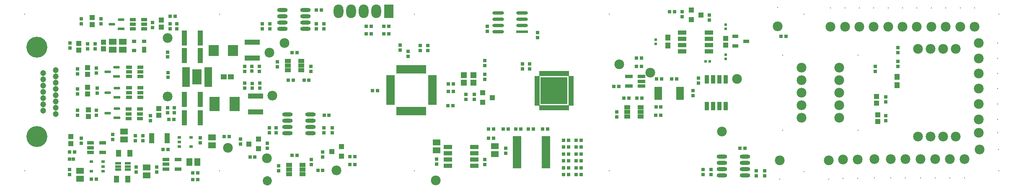
<source format=gts>
G04*
G04 #@! TF.GenerationSoftware,Altium Limited,Altium Designer,24.2.2 (26)*
G04*
G04 Layer_Color=8388736*
%FSLAX25Y25*%
%MOIN*%
G70*
G04*
G04 #@! TF.SameCoordinates,259A4400-9820-475F-8ACA-24378C9DBAE9*
G04*
G04*
G04 #@! TF.FilePolarity,Negative*
G04*
G01*
G75*
%ADD43R,0.04331X0.05512*%
%ADD54R,0.03985X0.04942*%
G04:AMPARAMS|DCode=56|XSize=53.49mil|YSize=23.1mil|CornerRadius=11.55mil|HoleSize=0mil|Usage=FLASHONLY|Rotation=180.000|XOffset=0mil|YOffset=0mil|HoleType=Round|Shape=RoundedRectangle|*
%AMROUNDEDRECTD56*
21,1,0.05349,0.00000,0,0,180.0*
21,1,0.03039,0.02310,0,0,180.0*
1,1,0.02310,-0.01519,0.00000*
1,1,0.02310,0.01519,0.00000*
1,1,0.02310,0.01519,0.00000*
1,1,0.02310,-0.01519,0.00000*
%
%ADD56ROUNDEDRECTD56*%
%ADD57R,0.05349X0.02310*%
%ADD58R,0.03150X0.02165*%
%ADD59R,0.02254X0.02423*%
%ADD61R,0.05100X0.03985*%
%ADD62R,0.02423X0.02254*%
G04:AMPARAMS|DCode=63|XSize=93.59mil|YSize=24.49mil|CornerRadius=12.25mil|HoleSize=0mil|Usage=FLASHONLY|Rotation=180.000|XOffset=0mil|YOffset=0mil|HoleType=Round|Shape=RoundedRectangle|*
%AMROUNDEDRECTD63*
21,1,0.09359,0.00000,0,0,180.0*
21,1,0.06909,0.02449,0,0,180.0*
1,1,0.02449,-0.03455,0.00000*
1,1,0.02449,0.03455,0.00000*
1,1,0.02449,0.03455,0.00000*
1,1,0.02449,-0.03455,0.00000*
%
%ADD63ROUNDEDRECTD63*%
%ADD64R,0.09359X0.02449*%
%ADD65R,0.01981X0.04147*%
%ADD66R,0.04147X0.01981*%
%ADD67R,0.21469X0.21469*%
%ADD68R,0.03162X0.02769*%
%ADD69R,0.02769X0.03162*%
%ADD70R,0.06607X0.02572*%
%ADD71R,0.06607X0.01981*%
%ADD72R,0.01981X0.06607*%
%ADD73O,0.07800X0.10800*%
%ADD74R,0.07800X0.10800*%
%ADD75R,0.05131X0.04737*%
%ADD76R,0.04343X0.03950*%
%ADD77R,0.08339X0.11784*%
%ADD78R,0.11902X0.03989*%
%ADD79R,0.03989X0.11902*%
%ADD80R,0.02965X0.02572*%
%ADD81R,0.03556X0.04737*%
%ADD82R,0.03556X0.03162*%
%ADD83R,0.07702X0.12402*%
%ADD84R,0.06410X0.01981*%
%ADD85R,0.07887X0.08674*%
%ADD86R,0.06430X0.04501*%
%ADD87R,0.03359X0.06706*%
%ADD88R,0.06410X0.02572*%
%ADD89R,0.04737X0.02965*%
%ADD90R,0.02572X0.02965*%
%ADD91R,0.04343X0.03950*%
%ADD92O,0.08280X0.03162*%
%ADD93R,0.04981X0.03359*%
%ADD94R,0.06312X0.03162*%
%ADD95R,0.05524X0.03162*%
%ADD96R,0.04537X0.02175*%
%ADD97R,0.06706X0.03359*%
%ADD98R,0.03084X0.02926*%
%ADD99R,0.04501X0.06430*%
%ADD100R,0.02965X0.02965*%
%ADD101R,0.04934X0.03162*%
%ADD102C,0.16686*%
%ADD103C,0.04737*%
%ADD104C,0.04300*%
%ADD105C,0.00800*%
%ADD106C,0.07800*%
%ADD107C,0.07300*%
D43*
X83528Y14000D02*
D03*
X74472D02*
D03*
X82028Y-6500D02*
D03*
X72972D02*
D03*
D54*
X694000Y68500D02*
D03*
Y75000D02*
D03*
X511500Y106500D02*
D03*
Y100000D02*
D03*
D56*
X65703Y79102D02*
D03*
X73000Y82705D02*
D03*
X65851Y62500D02*
D03*
X73149Y66102D02*
D03*
X65851Y46000D02*
D03*
X73149Y49602D02*
D03*
X69352Y117000D02*
D03*
X76648Y120602D02*
D03*
D57*
X73000Y75500D02*
D03*
X73149Y58898D02*
D03*
Y42398D02*
D03*
X76648Y113398D02*
D03*
D58*
X132224Y26740D02*
D03*
Y19260D02*
D03*
X122776D02*
D03*
Y23000D02*
D03*
Y26740D02*
D03*
X52776Y-240D02*
D03*
Y7240D02*
D03*
X62224D02*
D03*
Y3500D02*
D03*
Y-240D02*
D03*
D59*
X502000Y104687D02*
D03*
Y101313D02*
D03*
X557500Y116687D02*
D03*
Y113313D02*
D03*
Y89500D02*
D03*
Y92874D02*
D03*
D61*
X163916Y75000D02*
D03*
X158084D02*
D03*
D62*
X541500Y87500D02*
D03*
X544874D02*
D03*
D63*
X376464Y111000D02*
D03*
Y116000D02*
D03*
Y121000D02*
D03*
Y126000D02*
D03*
X395500D02*
D03*
Y121000D02*
D03*
Y116000D02*
D03*
D64*
Y111000D02*
D03*
D65*
X431827Y77583D02*
D03*
X429858D02*
D03*
X427890D02*
D03*
X425921D02*
D03*
X423953D02*
D03*
X421984D02*
D03*
X420016D02*
D03*
X418047D02*
D03*
X416079D02*
D03*
X414110D02*
D03*
X412142D02*
D03*
X410173D02*
D03*
Y50417D02*
D03*
X412142D02*
D03*
X414110D02*
D03*
X416079D02*
D03*
X418047D02*
D03*
X420016D02*
D03*
X421984D02*
D03*
X423953D02*
D03*
X425921D02*
D03*
X427890D02*
D03*
X429858D02*
D03*
X431827D02*
D03*
D66*
X407417Y74827D02*
D03*
Y72858D02*
D03*
Y70890D02*
D03*
Y68921D02*
D03*
Y66953D02*
D03*
Y64984D02*
D03*
Y63016D02*
D03*
Y61047D02*
D03*
Y59079D02*
D03*
Y57110D02*
D03*
Y55142D02*
D03*
Y53173D02*
D03*
X434583D02*
D03*
Y55142D02*
D03*
Y57110D02*
D03*
Y59079D02*
D03*
Y61047D02*
D03*
Y63016D02*
D03*
Y64984D02*
D03*
Y66953D02*
D03*
Y68921D02*
D03*
Y70890D02*
D03*
Y72858D02*
D03*
Y74827D02*
D03*
X113201Y23047D02*
D03*
Y25016D02*
D03*
Y26984D02*
D03*
Y28953D02*
D03*
X100799D02*
D03*
Y26984D02*
D03*
Y25016D02*
D03*
Y23047D02*
D03*
D67*
X421000Y64000D02*
D03*
D68*
X271532Y109500D02*
D03*
X275468D02*
D03*
X340469Y52000D02*
D03*
X336531D02*
D03*
X340968Y63500D02*
D03*
X337032D02*
D03*
X276532Y64000D02*
D03*
X280469D02*
D03*
X337032Y69500D02*
D03*
X340968D02*
D03*
X216500Y12500D02*
D03*
X212563D02*
D03*
X487032Y58000D02*
D03*
X490969D02*
D03*
X480469Y58000D02*
D03*
X476532D02*
D03*
X502032Y44500D02*
D03*
X505969D02*
D03*
X432469Y-3000D02*
D03*
X428532D02*
D03*
X212531Y94500D02*
D03*
X216469D02*
D03*
X213500Y72500D02*
D03*
X209563D02*
D03*
X237000Y500D02*
D03*
X233063D02*
D03*
X113969Y17000D02*
D03*
X110031D02*
D03*
X432469Y2500D02*
D03*
X428532D02*
D03*
X572968Y18000D02*
D03*
X569031D02*
D03*
X518469Y73500D02*
D03*
X514532D02*
D03*
X502063Y51000D02*
D03*
X506000D02*
D03*
X118437Y41000D02*
D03*
X114500D02*
D03*
X137469Y-1500D02*
D03*
X133531D02*
D03*
X428532Y24500D02*
D03*
X432469D02*
D03*
X428532Y19000D02*
D03*
X432469D02*
D03*
X438531Y8000D02*
D03*
X442469D02*
D03*
X428532D02*
D03*
X432469D02*
D03*
X428532Y13500D02*
D03*
X432469D02*
D03*
X438531Y19000D02*
D03*
X442469D02*
D03*
X438531Y13500D02*
D03*
X442469D02*
D03*
X438531Y24500D02*
D03*
X442469D02*
D03*
X242000Y44500D02*
D03*
X238063D02*
D03*
X158531Y27500D02*
D03*
X162469D02*
D03*
X35531Y15000D02*
D03*
X39469D02*
D03*
X235968Y128500D02*
D03*
X232031D02*
D03*
X369032Y26000D02*
D03*
X372969D02*
D03*
X369032Y33500D02*
D03*
X372969D02*
D03*
X400531D02*
D03*
X404468D02*
D03*
X390531D02*
D03*
X394468D02*
D03*
X380563Y33500D02*
D03*
X384500D02*
D03*
X285563Y109500D02*
D03*
X289500D02*
D03*
X275437Y115500D02*
D03*
X271500D02*
D03*
X415969Y33500D02*
D03*
X412032D02*
D03*
X468532Y67500D02*
D03*
X472469D02*
D03*
X115500Y123500D02*
D03*
X119437D02*
D03*
X53000Y-6500D02*
D03*
X56937D02*
D03*
X289469Y115500D02*
D03*
X285531D02*
D03*
X442469Y-3000D02*
D03*
X438531D02*
D03*
X262469Y5000D02*
D03*
X258531D02*
D03*
X262469Y11500D02*
D03*
X258531D02*
D03*
X486531Y90000D02*
D03*
X490469D02*
D03*
X490469Y83500D02*
D03*
X486531D02*
D03*
X442469Y2500D02*
D03*
X438531D02*
D03*
X137469Y-7000D02*
D03*
X133531D02*
D03*
X601532Y107500D02*
D03*
X605469D02*
D03*
X179063Y11000D02*
D03*
X183000D02*
D03*
X513031Y127000D02*
D03*
X516968D02*
D03*
X506468Y73500D02*
D03*
X502531D02*
D03*
D69*
X366000Y5032D02*
D03*
Y8969D02*
D03*
X305000Y95500D02*
D03*
Y91563D02*
D03*
X357500Y60969D02*
D03*
Y57032D02*
D03*
X351000Y60969D02*
D03*
Y57032D02*
D03*
X366000Y87968D02*
D03*
Y84031D02*
D03*
X366000Y73032D02*
D03*
Y76968D02*
D03*
X471000Y43031D02*
D03*
Y46968D02*
D03*
X298500Y96500D02*
D03*
Y100437D02*
D03*
X320500Y99968D02*
D03*
Y96031D02*
D03*
X314500Y99968D02*
D03*
Y96031D02*
D03*
X201000Y83031D02*
D03*
Y86968D02*
D03*
X228000Y5032D02*
D03*
Y8969D02*
D03*
X582000Y-3968D02*
D03*
Y-32D02*
D03*
X94000Y24032D02*
D03*
Y27968D02*
D03*
X70000Y25032D02*
D03*
Y28969D02*
D03*
X119000Y46500D02*
D03*
Y50437D02*
D03*
X100000Y40000D02*
D03*
Y43937D02*
D03*
X50000Y97531D02*
D03*
Y101469D02*
D03*
X382500Y14063D02*
D03*
Y18000D02*
D03*
X88500Y2968D02*
D03*
Y-969D02*
D03*
X139500Y26469D02*
D03*
Y22532D02*
D03*
X121000Y117500D02*
D03*
Y113563D02*
D03*
X105000Y2968D02*
D03*
Y-969D02*
D03*
X200000Y30531D02*
D03*
Y34468D02*
D03*
X194500Y34468D02*
D03*
Y30531D02*
D03*
X189000Y117469D02*
D03*
Y113531D02*
D03*
X195000Y113531D02*
D03*
Y117469D02*
D03*
X232000Y117469D02*
D03*
Y113531D02*
D03*
X238000Y113563D02*
D03*
Y117500D02*
D03*
X244500Y34468D02*
D03*
Y30531D02*
D03*
X238000Y30531D02*
D03*
Y34468D02*
D03*
X368000Y111531D02*
D03*
Y115469D02*
D03*
X396000Y81532D02*
D03*
Y85469D02*
D03*
X401500Y81532D02*
D03*
Y85469D02*
D03*
X327500Y9437D02*
D03*
Y5500D02*
D03*
X694500Y83531D02*
D03*
Y87468D02*
D03*
X536000Y73968D02*
D03*
Y70031D02*
D03*
X101500Y118468D02*
D03*
Y114532D02*
D03*
X57000Y48469D02*
D03*
Y44532D02*
D03*
X685000Y55000D02*
D03*
Y58937D02*
D03*
Y43937D02*
D03*
Y40000D02*
D03*
X57500Y65969D02*
D03*
Y62032D02*
D03*
X57000Y81968D02*
D03*
Y78031D02*
D03*
X408000Y106532D02*
D03*
Y110468D02*
D03*
X588500Y-3968D02*
D03*
Y-32D02*
D03*
X237000Y11032D02*
D03*
Y14968D02*
D03*
X202000Y32D02*
D03*
Y3968D02*
D03*
X227500Y83500D02*
D03*
Y79563D02*
D03*
X546000Y969D02*
D03*
Y-2968D02*
D03*
X539500Y-2937D02*
D03*
Y1000D02*
D03*
X531500Y60031D02*
D03*
Y63968D02*
D03*
X115500Y117469D02*
D03*
Y113531D02*
D03*
X694500Y98469D02*
D03*
Y94532D02*
D03*
X676500Y79563D02*
D03*
Y83500D02*
D03*
X113500Y46500D02*
D03*
Y50437D02*
D03*
X175000Y79532D02*
D03*
Y83469D02*
D03*
X175000Y69968D02*
D03*
Y66031D02*
D03*
X193000Y21969D02*
D03*
Y18032D02*
D03*
X523000Y123031D02*
D03*
Y126969D02*
D03*
X171500Y21563D02*
D03*
Y25500D02*
D03*
X35500Y-2968D02*
D03*
Y969D02*
D03*
X544500Y124469D02*
D03*
Y120531D02*
D03*
X45000Y22063D02*
D03*
Y26000D02*
D03*
X88000Y24032D02*
D03*
Y27968D02*
D03*
X60500Y121468D02*
D03*
Y117532D02*
D03*
X187000Y66031D02*
D03*
Y69968D02*
D03*
X186500Y83469D02*
D03*
Y79532D02*
D03*
X56000Y101469D02*
D03*
Y97531D02*
D03*
X36000Y98032D02*
D03*
Y101969D02*
D03*
X42000Y77531D02*
D03*
Y81468D02*
D03*
X42000Y65469D02*
D03*
Y61532D02*
D03*
Y48469D02*
D03*
Y44532D02*
D03*
X45000Y121468D02*
D03*
Y117532D02*
D03*
D70*
X414567Y26516D02*
D03*
Y23957D02*
D03*
Y21398D02*
D03*
Y18839D02*
D03*
Y16280D02*
D03*
Y13721D02*
D03*
Y11161D02*
D03*
Y8602D02*
D03*
Y6043D02*
D03*
Y3484D02*
D03*
X391433D02*
D03*
Y6043D02*
D03*
Y8602D02*
D03*
Y11161D02*
D03*
Y13721D02*
D03*
Y16280D02*
D03*
Y18839D02*
D03*
Y21398D02*
D03*
Y23957D02*
D03*
Y26516D02*
D03*
D71*
X290815Y53673D02*
D03*
Y55642D02*
D03*
Y57610D02*
D03*
Y59579D02*
D03*
Y61547D02*
D03*
Y63516D02*
D03*
Y65484D02*
D03*
Y67453D02*
D03*
Y69421D02*
D03*
Y71390D02*
D03*
Y73358D02*
D03*
Y75327D02*
D03*
X324185D02*
D03*
Y73358D02*
D03*
Y71390D02*
D03*
Y69421D02*
D03*
Y67453D02*
D03*
Y65484D02*
D03*
Y63516D02*
D03*
Y61547D02*
D03*
Y59579D02*
D03*
Y57610D02*
D03*
Y55642D02*
D03*
Y53673D02*
D03*
D72*
X296673Y81185D02*
D03*
X298642D02*
D03*
X300610D02*
D03*
X302579D02*
D03*
X304547D02*
D03*
X306516D02*
D03*
X308484D02*
D03*
X310453D02*
D03*
X312421D02*
D03*
X314390D02*
D03*
X316358D02*
D03*
X318327D02*
D03*
Y47815D02*
D03*
X316358D02*
D03*
X314390D02*
D03*
X312421D02*
D03*
X310453D02*
D03*
X308484D02*
D03*
X306516D02*
D03*
X304547D02*
D03*
X302579D02*
D03*
X300610D02*
D03*
X298642D02*
D03*
X296673D02*
D03*
D73*
X249500Y127500D02*
D03*
X259500D02*
D03*
X269500D02*
D03*
X279500D02*
D03*
D74*
X289500D02*
D03*
D75*
X349260Y76453D02*
D03*
Y70547D02*
D03*
X356740Y76453D02*
D03*
Y70547D02*
D03*
D76*
X371937Y58500D02*
D03*
X364063Y54760D02*
D03*
Y62240D02*
D03*
X251937Y11760D02*
D03*
Y19240D02*
D03*
X244063Y15500D02*
D03*
X530063Y128240D02*
D03*
Y120760D02*
D03*
X537937Y124500D02*
D03*
X185937Y17760D02*
D03*
Y25240D02*
D03*
X178063Y21500D02*
D03*
D77*
X167022Y53500D02*
D03*
X150978D02*
D03*
D78*
X183500Y59799D02*
D03*
Y47201D02*
D03*
X181000Y90201D02*
D03*
Y102799D02*
D03*
D79*
X139598Y57000D02*
D03*
X127000D02*
D03*
X139598Y42500D02*
D03*
X127000D02*
D03*
X139598Y106000D02*
D03*
X127000D02*
D03*
X139598Y92000D02*
D03*
X127000D02*
D03*
D80*
X114000Y78370D02*
D03*
Y74630D02*
D03*
X113500Y94740D02*
D03*
Y91000D02*
D03*
D81*
X94874Y96787D02*
D03*
D82*
Y103480D02*
D03*
X87000D02*
D03*
Y96000D02*
D03*
D83*
X137000Y75000D02*
D03*
D84*
X145709Y81890D02*
D03*
Y79921D02*
D03*
Y77953D02*
D03*
Y75984D02*
D03*
Y74016D02*
D03*
Y72047D02*
D03*
Y70079D02*
D03*
Y68110D02*
D03*
X128291D02*
D03*
Y70079D02*
D03*
Y72047D02*
D03*
Y74016D02*
D03*
Y75984D02*
D03*
Y77953D02*
D03*
Y79921D02*
D03*
Y81890D02*
D03*
D85*
X150323Y96000D02*
D03*
X165677D02*
D03*
D86*
X78000Y96772D02*
D03*
Y103228D02*
D03*
X70000Y96772D02*
D03*
Y103228D02*
D03*
X327500Y16272D02*
D03*
Y22728D02*
D03*
X374000Y13272D02*
D03*
Y19728D02*
D03*
X97000Y-3728D02*
D03*
Y2728D02*
D03*
X149000Y20272D02*
D03*
Y26728D02*
D03*
X79000Y31457D02*
D03*
Y25000D02*
D03*
X44000Y-6228D02*
D03*
Y228D02*
D03*
D87*
X542500Y51870D02*
D03*
X547500D02*
D03*
X552500D02*
D03*
X557500D02*
D03*
Y73130D02*
D03*
X552500D02*
D03*
X547500D02*
D03*
X542500D02*
D03*
D88*
X521209Y58161D02*
D03*
Y60720D02*
D03*
Y63279D02*
D03*
Y65839D02*
D03*
X503791D02*
D03*
Y63279D02*
D03*
Y60720D02*
D03*
Y58161D02*
D03*
D89*
X82472Y49240D02*
D03*
Y45500D02*
D03*
Y41760D02*
D03*
X91528D02*
D03*
Y45500D02*
D03*
Y49240D02*
D03*
X92028Y66240D02*
D03*
Y62500D02*
D03*
Y58760D02*
D03*
X82972D02*
D03*
Y62500D02*
D03*
Y66240D02*
D03*
X95028Y120740D02*
D03*
Y117000D02*
D03*
Y113260D02*
D03*
X85972D02*
D03*
Y117000D02*
D03*
Y120740D02*
D03*
X92028Y82740D02*
D03*
Y79000D02*
D03*
Y75260D02*
D03*
X82972D02*
D03*
Y79000D02*
D03*
Y82740D02*
D03*
D90*
X222130Y72500D02*
D03*
X225870D02*
D03*
D91*
X43000Y101756D02*
D03*
Y96244D02*
D03*
X108500Y120256D02*
D03*
Y114744D02*
D03*
X36500Y27256D02*
D03*
Y21744D02*
D03*
X53500Y122256D02*
D03*
Y116744D02*
D03*
X557500Y100244D02*
D03*
Y105756D02*
D03*
X106500Y44244D02*
D03*
Y49756D02*
D03*
X677500Y54000D02*
D03*
Y59512D02*
D03*
X678500Y44756D02*
D03*
Y39244D02*
D03*
X62500Y102756D02*
D03*
Y97244D02*
D03*
X50500Y48756D02*
D03*
Y43244D02*
D03*
X50000Y66756D02*
D03*
Y61244D02*
D03*
X50000Y82512D02*
D03*
Y77000D02*
D03*
D92*
X573004Y-3500D02*
D03*
Y1500D02*
D03*
Y6500D02*
D03*
Y11500D02*
D03*
X554500Y-3500D02*
D03*
Y1500D02*
D03*
Y6500D02*
D03*
Y11500D02*
D03*
X208748Y45000D02*
D03*
Y40000D02*
D03*
Y35000D02*
D03*
Y30000D02*
D03*
X227252Y45000D02*
D03*
Y40000D02*
D03*
Y35000D02*
D03*
Y30000D02*
D03*
X204748Y128500D02*
D03*
Y123500D02*
D03*
Y118500D02*
D03*
Y113500D02*
D03*
X223252Y128500D02*
D03*
Y123500D02*
D03*
Y118500D02*
D03*
Y113500D02*
D03*
D93*
X210209Y4740D02*
D03*
Y1000D02*
D03*
Y-2740D02*
D03*
X220791D02*
D03*
Y1000D02*
D03*
Y4740D02*
D03*
X489791Y43260D02*
D03*
Y47000D02*
D03*
Y50740D02*
D03*
X479209D02*
D03*
Y47000D02*
D03*
Y43260D02*
D03*
X209209Y80260D02*
D03*
Y84000D02*
D03*
Y87740D02*
D03*
X219791D02*
D03*
Y84000D02*
D03*
Y80260D02*
D03*
D94*
X490421Y67760D02*
D03*
Y71500D02*
D03*
Y75240D02*
D03*
X480579D02*
D03*
Y67760D02*
D03*
D95*
X52079Y22240D02*
D03*
Y18500D02*
D03*
Y14760D02*
D03*
X61921D02*
D03*
Y22240D02*
D03*
X112157Y9000D02*
D03*
Y5260D02*
D03*
Y1520D02*
D03*
X122000D02*
D03*
Y9000D02*
D03*
D96*
X81740Y941D02*
D03*
Y3500D02*
D03*
Y6059D02*
D03*
X74260D02*
D03*
Y3500D02*
D03*
Y941D02*
D03*
D97*
X336370Y19000D02*
D03*
Y14000D02*
D03*
Y9000D02*
D03*
Y4000D02*
D03*
X357630D02*
D03*
Y9000D02*
D03*
Y14000D02*
D03*
Y19000D02*
D03*
X522870Y110500D02*
D03*
Y105500D02*
D03*
Y100500D02*
D03*
Y95500D02*
D03*
X544130D02*
D03*
Y100500D02*
D03*
Y105500D02*
D03*
Y110500D02*
D03*
D98*
X35465Y9500D02*
D03*
X38535D02*
D03*
D99*
X130772Y7000D02*
D03*
X137228D02*
D03*
D100*
X180500Y83272D02*
D03*
Y79728D02*
D03*
X181000Y66228D02*
D03*
Y69772D02*
D03*
D101*
X565169Y107240D02*
D03*
Y99760D02*
D03*
X573831Y103500D02*
D03*
D102*
X9500Y27252D02*
D03*
Y98748D02*
D03*
D103*
X14500Y48000D02*
D03*
Y53000D02*
D03*
Y58000D02*
D03*
Y63000D02*
D03*
Y68000D02*
D03*
Y73000D02*
D03*
Y78000D02*
D03*
X24500Y45500D02*
D03*
Y50500D02*
D03*
Y55500D02*
D03*
Y60500D02*
D03*
Y65500D02*
D03*
Y70500D02*
D03*
Y75500D02*
D03*
Y80500D02*
D03*
D104*
X137000Y75000D02*
D03*
X421000Y64000D02*
D03*
D105*
X620000Y125000D02*
D03*
X465000D02*
D03*
X310000D02*
D03*
X155000D02*
D03*
X620000Y-500D02*
D03*
X465000Y0D02*
D03*
X310000D02*
D03*
X155000D02*
D03*
X603000Y32500D02*
D03*
Y92500D02*
D03*
X663000D02*
D03*
Y32500D02*
D03*
X774000Y102000D02*
D03*
Y89875D02*
D03*
X755500Y130000D02*
D03*
X732600D02*
D03*
X744050D02*
D03*
X774000Y65625D02*
D03*
Y77750D02*
D03*
X709700Y130000D02*
D03*
X639500Y-6500D02*
D03*
X651000Y-6000D02*
D03*
X600500Y-6500D02*
D03*
X662500Y-6000D02*
D03*
X676000Y-5500D02*
D03*
X774000Y41000D02*
D03*
Y53500D02*
D03*
X689000Y-5500D02*
D03*
X735750D02*
D03*
X700688D02*
D03*
X712375D02*
D03*
X724062D02*
D03*
X675350Y130000D02*
D03*
X686800D02*
D03*
X698250D02*
D03*
X721150D02*
D03*
X652450D02*
D03*
X641000D02*
D03*
X663900D02*
D03*
X599000Y130500D02*
D03*
X774000Y30500D02*
D03*
X774500Y17000D02*
D03*
X747437Y-5500D02*
D03*
X775000Y125000D02*
D03*
Y0D02*
D03*
X0Y125000D02*
D03*
Y0D02*
D03*
D106*
X113500Y106000D02*
D03*
Y59500D02*
D03*
X618000Y42500D02*
D03*
Y52500D02*
D03*
Y62500D02*
D03*
Y72500D02*
D03*
Y82500D02*
D03*
X648000D02*
D03*
Y72500D02*
D03*
Y62500D02*
D03*
Y52500D02*
D03*
Y42500D02*
D03*
X759000Y102000D02*
D03*
Y89875D02*
D03*
X755500Y115000D02*
D03*
X732600D02*
D03*
X744050D02*
D03*
X759000Y65625D02*
D03*
Y77750D02*
D03*
X327000Y-7500D02*
D03*
X161500Y18500D02*
D03*
X192500Y10000D02*
D03*
X566500Y73500D02*
D03*
X497500Y78500D02*
D03*
X554500Y31500D02*
D03*
X473000Y85000D02*
D03*
X206500Y102000D02*
D03*
X248000Y500D02*
D03*
X194500Y94500D02*
D03*
X197000Y60000D02*
D03*
X709700Y115000D02*
D03*
X639500Y8500D02*
D03*
X651000Y9000D02*
D03*
X600500Y8500D02*
D03*
X662500Y9000D02*
D03*
X676000Y9500D02*
D03*
X759000Y41000D02*
D03*
Y53500D02*
D03*
X689000Y9500D02*
D03*
X735750D02*
D03*
X700688D02*
D03*
X712375D02*
D03*
X724062D02*
D03*
X675350Y115000D02*
D03*
X686800D02*
D03*
X698250D02*
D03*
X721150D02*
D03*
X652450D02*
D03*
X641000D02*
D03*
X663900D02*
D03*
X599000Y115500D02*
D03*
X759000Y30500D02*
D03*
X759500Y17000D02*
D03*
X747437Y9500D02*
D03*
X740500Y97500D02*
D03*
X730500D02*
D03*
X720500D02*
D03*
X710500D02*
D03*
Y27500D02*
D03*
X720500D02*
D03*
X730500D02*
D03*
X740500D02*
D03*
D107*
X193000Y-8000D02*
D03*
M02*

</source>
